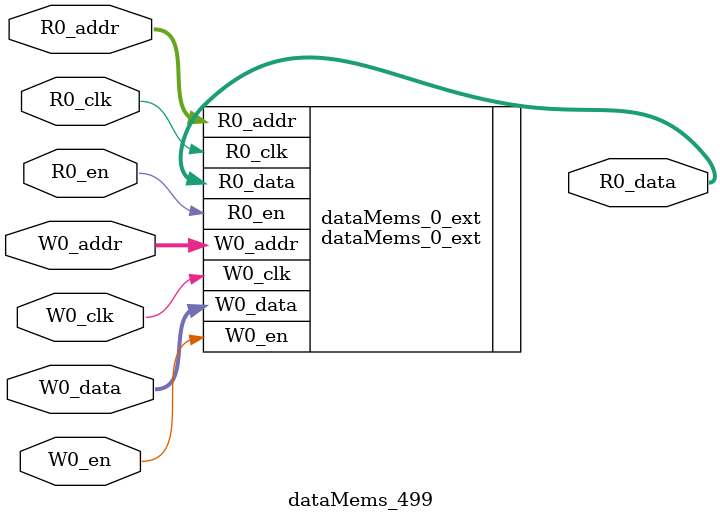
<source format=sv>
`ifndef RANDOMIZE
  `ifdef RANDOMIZE_REG_INIT
    `define RANDOMIZE
  `endif // RANDOMIZE_REG_INIT
`endif // not def RANDOMIZE
`ifndef RANDOMIZE
  `ifdef RANDOMIZE_MEM_INIT
    `define RANDOMIZE
  `endif // RANDOMIZE_MEM_INIT
`endif // not def RANDOMIZE

`ifndef RANDOM
  `define RANDOM $random
`endif // not def RANDOM

// Users can define 'PRINTF_COND' to add an extra gate to prints.
`ifndef PRINTF_COND_
  `ifdef PRINTF_COND
    `define PRINTF_COND_ (`PRINTF_COND)
  `else  // PRINTF_COND
    `define PRINTF_COND_ 1
  `endif // PRINTF_COND
`endif // not def PRINTF_COND_

// Users can define 'ASSERT_VERBOSE_COND' to add an extra gate to assert error printing.
`ifndef ASSERT_VERBOSE_COND_
  `ifdef ASSERT_VERBOSE_COND
    `define ASSERT_VERBOSE_COND_ (`ASSERT_VERBOSE_COND)
  `else  // ASSERT_VERBOSE_COND
    `define ASSERT_VERBOSE_COND_ 1
  `endif // ASSERT_VERBOSE_COND
`endif // not def ASSERT_VERBOSE_COND_

// Users can define 'STOP_COND' to add an extra gate to stop conditions.
`ifndef STOP_COND_
  `ifdef STOP_COND
    `define STOP_COND_ (`STOP_COND)
  `else  // STOP_COND
    `define STOP_COND_ 1
  `endif // STOP_COND
`endif // not def STOP_COND_

// Users can define INIT_RANDOM as general code that gets injected into the
// initializer block for modules with registers.
`ifndef INIT_RANDOM
  `define INIT_RANDOM
`endif // not def INIT_RANDOM

// If using random initialization, you can also define RANDOMIZE_DELAY to
// customize the delay used, otherwise 0.002 is used.
`ifndef RANDOMIZE_DELAY
  `define RANDOMIZE_DELAY 0.002
`endif // not def RANDOMIZE_DELAY

// Define INIT_RANDOM_PROLOG_ for use in our modules below.
`ifndef INIT_RANDOM_PROLOG_
  `ifdef RANDOMIZE
    `ifdef VERILATOR
      `define INIT_RANDOM_PROLOG_ `INIT_RANDOM
    `else  // VERILATOR
      `define INIT_RANDOM_PROLOG_ `INIT_RANDOM #`RANDOMIZE_DELAY begin end
    `endif // VERILATOR
  `else  // RANDOMIZE
    `define INIT_RANDOM_PROLOG_
  `endif // RANDOMIZE
`endif // not def INIT_RANDOM_PROLOG_

// Include register initializers in init blocks unless synthesis is set
`ifndef SYNTHESIS
  `ifndef ENABLE_INITIAL_REG_
    `define ENABLE_INITIAL_REG_
  `endif // not def ENABLE_INITIAL_REG_
`endif // not def SYNTHESIS

// Include rmemory initializers in init blocks unless synthesis is set
`ifndef SYNTHESIS
  `ifndef ENABLE_INITIAL_MEM_
    `define ENABLE_INITIAL_MEM_
  `endif // not def ENABLE_INITIAL_MEM_
`endif // not def SYNTHESIS

module dataMems_499(	// @[generators/ara/src/main/scala/UnsafeAXI4ToTL.scala:365:62]
  input  [4:0]  R0_addr,
  input         R0_en,
  input         R0_clk,
  output [66:0] R0_data,
  input  [4:0]  W0_addr,
  input         W0_en,
  input         W0_clk,
  input  [66:0] W0_data
);

  dataMems_0_ext dataMems_0_ext (	// @[generators/ara/src/main/scala/UnsafeAXI4ToTL.scala:365:62]
    .R0_addr (R0_addr),
    .R0_en   (R0_en),
    .R0_clk  (R0_clk),
    .R0_data (R0_data),
    .W0_addr (W0_addr),
    .W0_en   (W0_en),
    .W0_clk  (W0_clk),
    .W0_data (W0_data)
  );
endmodule


</source>
